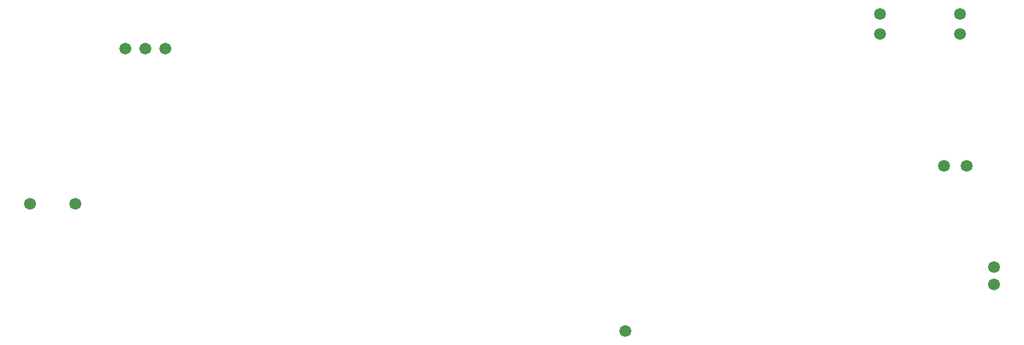
<source format=gbr>
G04 DipTrace 2.4.0.2*
%INBottomPaste.gbr*%
%MOIN*%
%ADD50C,0.0591*%
%FSLAX44Y44*%
G04*
G70*
G90*
G75*
G01*
%LNBotPaste*%
%LPD*%
D50*
X7750Y16250D3*
X8750D3*
X9750D3*
X51187Y5312D3*
X45500Y17000D3*
Y18000D3*
X51187Y4437D3*
X49500Y17000D3*
Y18000D3*
X48687Y10375D3*
X49812D3*
X3000Y8500D3*
X5250D3*
X32750Y2125D3*
M02*

</source>
